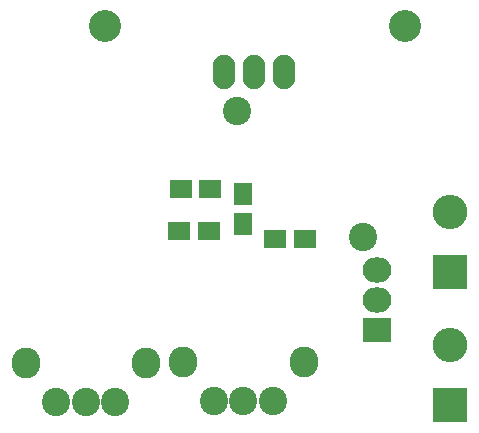
<source format=gbs>
G04 #@! TF.FileFunction,Soldermask,Bot*
%FSLAX46Y46*%
G04 Gerber Fmt 4.6, Leading zero omitted, Abs format (unit mm)*
G04 Created by KiCad (PCBNEW 4.0.2-4+6225~38~ubuntu14.04.1-stable) date Tue 01 Mar 2016 02:01:37 PM PST*
%MOMM*%
G01*
G04 APERTURE LIST*
%ADD10C,0.100000*%
%ADD11C,2.711400*%
%ADD12R,1.900000X1.650000*%
%ADD13R,1.650000X1.900000*%
%ADD14C,2.398980*%
%ADD15R,2.432000X2.127200*%
%ADD16O,2.432000X2.127200*%
%ADD17O,1.901140X2.899360*%
%ADD18R,2.940000X2.940000*%
%ADD19O,2.940000X2.940000*%
%ADD20C,2.400000*%
%ADD21O,2.400000X2.600000*%
G04 APERTURE END LIST*
D10*
D11*
X72136000Y-64008000D03*
X97536000Y-64008000D03*
D12*
X78506000Y-77851000D03*
X81006000Y-77851000D03*
X78379000Y-81407000D03*
X80879000Y-81407000D03*
X89007000Y-82042000D03*
X86507000Y-82042000D03*
D13*
X83820000Y-80752000D03*
X83820000Y-78252000D03*
D14*
X83312000Y-71247000D03*
X93918602Y-81853602D03*
D15*
X95123000Y-89789000D03*
D16*
X95123000Y-87249000D03*
X95123000Y-84709000D03*
D17*
X84709000Y-67945000D03*
X82169000Y-67945000D03*
X87249000Y-67945000D03*
D18*
X101346000Y-96139000D03*
D19*
X101346000Y-91059000D03*
D18*
X101346000Y-84836000D03*
D19*
X101346000Y-79756000D03*
D20*
X81320000Y-95758000D03*
X83820000Y-95758000D03*
X86320000Y-95758000D03*
D21*
X88920000Y-92458000D03*
X78720000Y-92458000D03*
D20*
X67985000Y-95885000D03*
X70485000Y-95885000D03*
X72985000Y-95885000D03*
D21*
X75585000Y-92585000D03*
X65385000Y-92585000D03*
M02*

</source>
